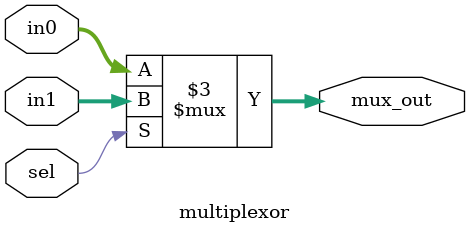
<source format=v>
module multiplexor #(
   parameter Width = 5 // Address Parameter 
)
 ( 
     // Define Inputs
    input wire [Width-1:0] in0 , in1,
    input wire sel,
    output reg [Width-1:0] mux_out  // Define Output
);
    
always @(*) begin
    if (sel) begin
        mux_out=in1;
    end
    else begin
        mux_out=in0;
    end
end
endmodule

</source>
